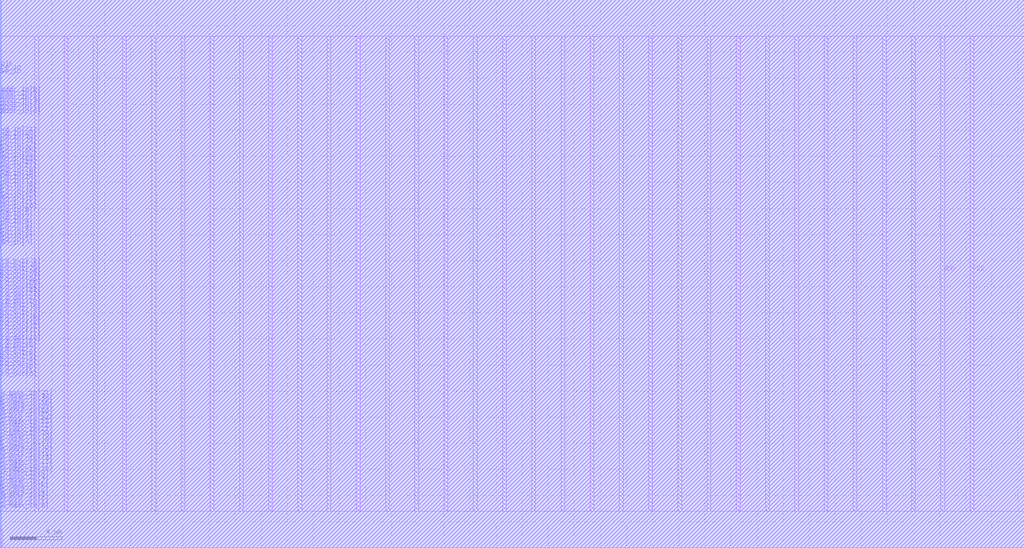
<source format=lef>
VERSION 5.7 ;
BUSBITCHARS "[]" ;
MACRO fakeram45_128x32_upper
  FOREIGN fakeram45_128x32_upper 0 0 ;
  SYMMETRY X Y R90 ;
  SIZE 0.19 BY 1.4 ;
  CLASS BLOCK ;
  PIN w_mask_in[0]
    DIRECTION INPUT ;
    USE SIGNAL ;
    SHAPE ABUTMENT ;
    PORT
      LAYER metal18 ;
      RECT 0.000 2.800 0.070 2.870 ;
    END
  END w_mask_in[0]
  PIN w_mask_in[1]
    DIRECTION INPUT ;
    USE SIGNAL ;
    SHAPE ABUTMENT ;
    PORT
      LAYER metal18 ;
      RECT 0.000 3.080 0.070 3.150 ;
    END
  END w_mask_in[1]
  PIN w_mask_in[2]
    DIRECTION INPUT ;
    USE SIGNAL ;
    SHAPE ABUTMENT ;
    PORT
      LAYER metal18 ;
      RECT 0.000 3.360 0.070 3.430 ;
    END
  END w_mask_in[2]
  PIN w_mask_in[3]
    DIRECTION INPUT ;
    USE SIGNAL ;
    SHAPE ABUTMENT ;
    PORT
      LAYER metal18 ;
      RECT 0.000 3.640 0.070 3.710 ;
    END
  END w_mask_in[3]
  PIN w_mask_in[4]
    DIRECTION INPUT ;
    USE SIGNAL ;
    SHAPE ABUTMENT ;
    PORT
      LAYER metal18 ;
      RECT 0.000 3.920 0.070 3.990 ;
    END
  END w_mask_in[4]
  PIN w_mask_in[5]
    DIRECTION INPUT ;
    USE SIGNAL ;
    SHAPE ABUTMENT ;
    PORT
      LAYER metal18 ;
      RECT 0.000 4.200 0.070 4.270 ;
    END
  END w_mask_in[5]
  PIN w_mask_in[6]
    DIRECTION INPUT ;
    USE SIGNAL ;
    SHAPE ABUTMENT ;
    PORT
      LAYER metal18 ;
      RECT 0.000 4.480 0.070 4.550 ;
    END
  END w_mask_in[6]
  PIN w_mask_in[7]
    DIRECTION INPUT ;
    USE SIGNAL ;
    SHAPE ABUTMENT ;
    PORT
      LAYER metal18 ;
      RECT 0.000 4.760 0.070 4.830 ;
    END
  END w_mask_in[7]
  PIN w_mask_in[8]
    DIRECTION INPUT ;
    USE SIGNAL ;
    SHAPE ABUTMENT ;
    PORT
      LAYER metal18 ;
      RECT 0.000 5.040 0.070 5.110 ;
    END
  END w_mask_in[8]
  PIN w_mask_in[9]
    DIRECTION INPUT ;
    USE SIGNAL ;
    SHAPE ABUTMENT ;
    PORT
      LAYER metal18 ;
      RECT 0.000 5.320 0.070 5.390 ;
    END
  END w_mask_in[9]
  PIN w_mask_in[10]
    DIRECTION INPUT ;
    USE SIGNAL ;
    SHAPE ABUTMENT ;
    PORT
      LAYER metal18 ;
      RECT 0.000 5.600 0.070 5.670 ;
    END
  END w_mask_in[10]
  PIN w_mask_in[11]
    DIRECTION INPUT ;
    USE SIGNAL ;
    SHAPE ABUTMENT ;
    PORT
      LAYER metal18 ;
      RECT 0.000 5.880 0.070 5.950 ;
    END
  END w_mask_in[11]
  PIN w_mask_in[12]
    DIRECTION INPUT ;
    USE SIGNAL ;
    SHAPE ABUTMENT ;
    PORT
      LAYER metal18 ;
      RECT 0.000 6.160 0.070 6.230 ;
    END
  END w_mask_in[12]
  PIN w_mask_in[13]
    DIRECTION INPUT ;
    USE SIGNAL ;
    SHAPE ABUTMENT ;
    PORT
      LAYER metal18 ;
      RECT 0.000 6.440 0.070 6.510 ;
    END
  END w_mask_in[13]
  PIN w_mask_in[14]
    DIRECTION INPUT ;
    USE SIGNAL ;
    SHAPE ABUTMENT ;
    PORT
      LAYER metal18 ;
      RECT 0.000 6.720 0.070 6.790 ;
    END
  END w_mask_in[14]
  PIN w_mask_in[15]
    DIRECTION INPUT ;
    USE SIGNAL ;
    SHAPE ABUTMENT ;
    PORT
      LAYER metal18 ;
      RECT 0.000 7.000 0.070 7.070 ;
    END
  END w_mask_in[15]
  PIN w_mask_in[16]
    DIRECTION INPUT ;
    USE SIGNAL ;
    SHAPE ABUTMENT ;
    PORT
      LAYER metal18 ;
      RECT 0.000 7.280 0.070 7.350 ;
    END
  END w_mask_in[16]
  PIN w_mask_in[17]
    DIRECTION INPUT ;
    USE SIGNAL ;
    SHAPE ABUTMENT ;
    PORT
      LAYER metal18 ;
      RECT 0.000 7.560 0.070 7.630 ;
    END
  END w_mask_in[17]
  PIN w_mask_in[18]
    DIRECTION INPUT ;
    USE SIGNAL ;
    SHAPE ABUTMENT ;
    PORT
      LAYER metal18 ;
      RECT 0.000 7.840 0.070 7.910 ;
    END
  END w_mask_in[18]
  PIN w_mask_in[19]
    DIRECTION INPUT ;
    USE SIGNAL ;
    SHAPE ABUTMENT ;
    PORT
      LAYER metal18 ;
      RECT 0.000 8.120 0.070 8.190 ;
    END
  END w_mask_in[19]
  PIN w_mask_in[20]
    DIRECTION INPUT ;
    USE SIGNAL ;
    SHAPE ABUTMENT ;
    PORT
      LAYER metal18 ;
      RECT 0.000 8.400 0.070 8.470 ;
    END
  END w_mask_in[20]
  PIN w_mask_in[21]
    DIRECTION INPUT ;
    USE SIGNAL ;
    SHAPE ABUTMENT ;
    PORT
      LAYER metal18 ;
      RECT 0.000 8.680 0.070 8.750 ;
    END
  END w_mask_in[21]
  PIN w_mask_in[22]
    DIRECTION INPUT ;
    USE SIGNAL ;
    SHAPE ABUTMENT ;
    PORT
      LAYER metal18 ;
      RECT 0.000 8.960 0.070 9.030 ;
    END
  END w_mask_in[22]
  PIN w_mask_in[23]
    DIRECTION INPUT ;
    USE SIGNAL ;
    SHAPE ABUTMENT ;
    PORT
      LAYER metal18 ;
      RECT 0.000 9.240 0.070 9.310 ;
    END
  END w_mask_in[23]
  PIN w_mask_in[24]
    DIRECTION INPUT ;
    USE SIGNAL ;
    SHAPE ABUTMENT ;
    PORT
      LAYER metal18 ;
      RECT 0.000 9.520 0.070 9.590 ;
    END
  END w_mask_in[24]
  PIN w_mask_in[25]
    DIRECTION INPUT ;
    USE SIGNAL ;
    SHAPE ABUTMENT ;
    PORT
      LAYER metal18 ;
      RECT 0.000 9.800 0.070 9.870 ;
    END
  END w_mask_in[25]
  PIN w_mask_in[26]
    DIRECTION INPUT ;
    USE SIGNAL ;
    SHAPE ABUTMENT ;
    PORT
      LAYER metal18 ;
      RECT 0.000 10.080 0.070 10.150 ;
    END
  END w_mask_in[26]
  PIN w_mask_in[27]
    DIRECTION INPUT ;
    USE SIGNAL ;
    SHAPE ABUTMENT ;
    PORT
      LAYER metal18 ;
      RECT 0.000 10.360 0.070 10.430 ;
    END
  END w_mask_in[27]
  PIN w_mask_in[28]
    DIRECTION INPUT ;
    USE SIGNAL ;
    SHAPE ABUTMENT ;
    PORT
      LAYER metal18 ;
      RECT 0.000 10.640 0.070 10.710 ;
    END
  END w_mask_in[28]
  PIN w_mask_in[29]
    DIRECTION INPUT ;
    USE SIGNAL ;
    SHAPE ABUTMENT ;
    PORT
      LAYER metal18 ;
      RECT 0.000 10.920 0.070 10.990 ;
    END
  END w_mask_in[29]
  PIN w_mask_in[30]
    DIRECTION INPUT ;
    USE SIGNAL ;
    SHAPE ABUTMENT ;
    PORT
      LAYER metal18 ;
      RECT 0.000 11.200 0.070 11.270 ;
    END
  END w_mask_in[30]
  PIN w_mask_in[31]
    DIRECTION INPUT ;
    USE SIGNAL ;
    SHAPE ABUTMENT ;
    PORT
      LAYER metal18 ;
      RECT 0.000 11.480 0.070 11.550 ;
    END
  END w_mask_in[31]
  PIN rd_out[0]
    DIRECTION OUTPUT ;
    USE SIGNAL ;
    SHAPE ABUTMENT ;
    PORT
      LAYER metal18 ;
      RECT 0.000 12.880 0.070 12.950 ;
    END
  END rd_out[0]
  PIN rd_out[1]
    DIRECTION OUTPUT ;
    USE SIGNAL ;
    SHAPE ABUTMENT ;
    PORT
      LAYER metal18 ;
      RECT 0.000 13.160 0.070 13.230 ;
    END
  END rd_out[1]
  PIN rd_out[2]
    DIRECTION OUTPUT ;
    USE SIGNAL ;
    SHAPE ABUTMENT ;
    PORT
      LAYER metal18 ;
      RECT 0.000 13.440 0.070 13.510 ;
    END
  END rd_out[2]
  PIN rd_out[3]
    DIRECTION OUTPUT ;
    USE SIGNAL ;
    SHAPE ABUTMENT ;
    PORT
      LAYER metal18 ;
      RECT 0.000 13.720 0.070 13.790 ;
    END
  END rd_out[3]
  PIN rd_out[4]
    DIRECTION OUTPUT ;
    USE SIGNAL ;
    SHAPE ABUTMENT ;
    PORT
      LAYER metal18 ;
      RECT 0.000 14.000 0.070 14.070 ;
    END
  END rd_out[4]
  PIN rd_out[5]
    DIRECTION OUTPUT ;
    USE SIGNAL ;
    SHAPE ABUTMENT ;
    PORT
      LAYER metal18 ;
      RECT 0.000 14.280 0.070 14.350 ;
    END
  END rd_out[5]
  PIN rd_out[6]
    DIRECTION OUTPUT ;
    USE SIGNAL ;
    SHAPE ABUTMENT ;
    PORT
      LAYER metal18 ;
      RECT 0.000 14.560 0.070 14.630 ;
    END
  END rd_out[6]
  PIN rd_out[7]
    DIRECTION OUTPUT ;
    USE SIGNAL ;
    SHAPE ABUTMENT ;
    PORT
      LAYER metal18 ;
      RECT 0.000 14.840 0.070 14.910 ;
    END
  END rd_out[7]
  PIN rd_out[8]
    DIRECTION OUTPUT ;
    USE SIGNAL ;
    SHAPE ABUTMENT ;
    PORT
      LAYER metal18 ;
      RECT 0.000 15.120 0.070 15.190 ;
    END
  END rd_out[8]
  PIN rd_out[9]
    DIRECTION OUTPUT ;
    USE SIGNAL ;
    SHAPE ABUTMENT ;
    PORT
      LAYER metal18 ;
      RECT 0.000 15.400 0.070 15.470 ;
    END
  END rd_out[9]
  PIN rd_out[10]
    DIRECTION OUTPUT ;
    USE SIGNAL ;
    SHAPE ABUTMENT ;
    PORT
      LAYER metal18 ;
      RECT 0.000 15.680 0.070 15.750 ;
    END
  END rd_out[10]
  PIN rd_out[11]
    DIRECTION OUTPUT ;
    USE SIGNAL ;
    SHAPE ABUTMENT ;
    PORT
      LAYER metal18 ;
      RECT 0.000 15.960 0.070 16.030 ;
    END
  END rd_out[11]
  PIN rd_out[12]
    DIRECTION OUTPUT ;
    USE SIGNAL ;
    SHAPE ABUTMENT ;
    PORT
      LAYER metal18 ;
      RECT 0.000 16.240 0.070 16.310 ;
    END
  END rd_out[12]
  PIN rd_out[13]
    DIRECTION OUTPUT ;
    USE SIGNAL ;
    SHAPE ABUTMENT ;
    PORT
      LAYER metal18 ;
      RECT 0.000 16.520 0.070 16.590 ;
    END
  END rd_out[13]
  PIN rd_out[14]
    DIRECTION OUTPUT ;
    USE SIGNAL ;
    SHAPE ABUTMENT ;
    PORT
      LAYER metal18 ;
      RECT 0.000 16.800 0.070 16.870 ;
    END
  END rd_out[14]
  PIN rd_out[15]
    DIRECTION OUTPUT ;
    USE SIGNAL ;
    SHAPE ABUTMENT ;
    PORT
      LAYER metal18 ;
      RECT 0.000 17.080 0.070 17.150 ;
    END
  END rd_out[15]
  PIN rd_out[16]
    DIRECTION OUTPUT ;
    USE SIGNAL ;
    SHAPE ABUTMENT ;
    PORT
      LAYER metal18 ;
      RECT 0.000 17.360 0.070 17.430 ;
    END
  END rd_out[16]
  PIN rd_out[17]
    DIRECTION OUTPUT ;
    USE SIGNAL ;
    SHAPE ABUTMENT ;
    PORT
      LAYER metal18 ;
      RECT 0.000 17.640 0.070 17.710 ;
    END
  END rd_out[17]
  PIN rd_out[18]
    DIRECTION OUTPUT ;
    USE SIGNAL ;
    SHAPE ABUTMENT ;
    PORT
      LAYER metal18 ;
      RECT 0.000 17.920 0.070 17.990 ;
    END
  END rd_out[18]
  PIN rd_out[19]
    DIRECTION OUTPUT ;
    USE SIGNAL ;
    SHAPE ABUTMENT ;
    PORT
      LAYER metal18 ;
      RECT 0.000 18.200 0.070 18.270 ;
    END
  END rd_out[19]
  PIN rd_out[20]
    DIRECTION OUTPUT ;
    USE SIGNAL ;
    SHAPE ABUTMENT ;
    PORT
      LAYER metal18 ;
      RECT 0.000 18.480 0.070 18.550 ;
    END
  END rd_out[20]
  PIN rd_out[21]
    DIRECTION OUTPUT ;
    USE SIGNAL ;
    SHAPE ABUTMENT ;
    PORT
      LAYER metal18 ;
      RECT 0.000 18.760 0.070 18.830 ;
    END
  END rd_out[21]
  PIN rd_out[22]
    DIRECTION OUTPUT ;
    USE SIGNAL ;
    SHAPE ABUTMENT ;
    PORT
      LAYER metal18 ;
      RECT 0.000 19.040 0.070 19.110 ;
    END
  END rd_out[22]
  PIN rd_out[23]
    DIRECTION OUTPUT ;
    USE SIGNAL ;
    SHAPE ABUTMENT ;
    PORT
      LAYER metal18 ;
      RECT 0.000 19.320 0.070 19.390 ;
    END
  END rd_out[23]
  PIN rd_out[24]
    DIRECTION OUTPUT ;
    USE SIGNAL ;
    SHAPE ABUTMENT ;
    PORT
      LAYER metal18 ;
      RECT 0.000 19.600 0.070 19.670 ;
    END
  END rd_out[24]
  PIN rd_out[25]
    DIRECTION OUTPUT ;
    USE SIGNAL ;
    SHAPE ABUTMENT ;
    PORT
      LAYER metal18 ;
      RECT 0.000 19.880 0.070 19.950 ;
    END
  END rd_out[25]
  PIN rd_out[26]
    DIRECTION OUTPUT ;
    USE SIGNAL ;
    SHAPE ABUTMENT ;
    PORT
      LAYER metal18 ;
      RECT 0.000 20.160 0.070 20.230 ;
    END
  END rd_out[26]
  PIN rd_out[27]
    DIRECTION OUTPUT ;
    USE SIGNAL ;
    SHAPE ABUTMENT ;
    PORT
      LAYER metal18 ;
      RECT 0.000 20.440 0.070 20.510 ;
    END
  END rd_out[27]
  PIN rd_out[28]
    DIRECTION OUTPUT ;
    USE SIGNAL ;
    SHAPE ABUTMENT ;
    PORT
      LAYER metal18 ;
      RECT 0.000 20.720 0.070 20.790 ;
    END
  END rd_out[28]
  PIN rd_out[29]
    DIRECTION OUTPUT ;
    USE SIGNAL ;
    SHAPE ABUTMENT ;
    PORT
      LAYER metal18 ;
      RECT 0.000 21.000 0.070 21.070 ;
    END
  END rd_out[29]
  PIN rd_out[30]
    DIRECTION OUTPUT ;
    USE SIGNAL ;
    SHAPE ABUTMENT ;
    PORT
      LAYER metal18 ;
      RECT 0.000 21.280 0.070 21.350 ;
    END
  END rd_out[30]
  PIN rd_out[31]
    DIRECTION OUTPUT ;
    USE SIGNAL ;
    SHAPE ABUTMENT ;
    PORT
      LAYER metal18 ;
      RECT 0.000 21.560 0.070 21.630 ;
    END
  END rd_out[31]
  PIN wd_in[0]
    DIRECTION INPUT ;
    USE SIGNAL ;
    SHAPE ABUTMENT ;
    PORT
      LAYER metal18 ;
      RECT 0.000 22.960 0.070 23.030 ;
    END
  END wd_in[0]
  PIN wd_in[1]
    DIRECTION INPUT ;
    USE SIGNAL ;
    SHAPE ABUTMENT ;
    PORT
      LAYER metal18 ;
      RECT 0.000 23.240 0.070 23.310 ;
    END
  END wd_in[1]
  PIN wd_in[2]
    DIRECTION INPUT ;
    USE SIGNAL ;
    SHAPE ABUTMENT ;
    PORT
      LAYER metal18 ;
      RECT 0.000 23.520 0.070 23.590 ;
    END
  END wd_in[2]
  PIN wd_in[3]
    DIRECTION INPUT ;
    USE SIGNAL ;
    SHAPE ABUTMENT ;
    PORT
      LAYER metal18 ;
      RECT 0.000 23.800 0.070 23.870 ;
    END
  END wd_in[3]
  PIN wd_in[4]
    DIRECTION INPUT ;
    USE SIGNAL ;
    SHAPE ABUTMENT ;
    PORT
      LAYER metal18 ;
      RECT 0.000 24.080 0.070 24.150 ;
    END
  END wd_in[4]
  PIN wd_in[5]
    DIRECTION INPUT ;
    USE SIGNAL ;
    SHAPE ABUTMENT ;
    PORT
      LAYER metal18 ;
      RECT 0.000 24.360 0.070 24.430 ;
    END
  END wd_in[5]
  PIN wd_in[6]
    DIRECTION INPUT ;
    USE SIGNAL ;
    SHAPE ABUTMENT ;
    PORT
      LAYER metal18 ;
      RECT 0.000 24.640 0.070 24.710 ;
    END
  END wd_in[6]
  PIN wd_in[7]
    DIRECTION INPUT ;
    USE SIGNAL ;
    SHAPE ABUTMENT ;
    PORT
      LAYER metal18 ;
      RECT 0.000 24.920 0.070 24.990 ;
    END
  END wd_in[7]
  PIN wd_in[8]
    DIRECTION INPUT ;
    USE SIGNAL ;
    SHAPE ABUTMENT ;
    PORT
      LAYER metal18 ;
      RECT 0.000 25.200 0.070 25.270 ;
    END
  END wd_in[8]
  PIN wd_in[9]
    DIRECTION INPUT ;
    USE SIGNAL ;
    SHAPE ABUTMENT ;
    PORT
      LAYER metal18 ;
      RECT 0.000 25.480 0.070 25.550 ;
    END
  END wd_in[9]
  PIN wd_in[10]
    DIRECTION INPUT ;
    USE SIGNAL ;
    SHAPE ABUTMENT ;
    PORT
      LAYER metal18 ;
      RECT 0.000 25.760 0.070 25.830 ;
    END
  END wd_in[10]
  PIN wd_in[11]
    DIRECTION INPUT ;
    USE SIGNAL ;
    SHAPE ABUTMENT ;
    PORT
      LAYER metal18 ;
      RECT 0.000 26.040 0.070 26.110 ;
    END
  END wd_in[11]
  PIN wd_in[12]
    DIRECTION INPUT ;
    USE SIGNAL ;
    SHAPE ABUTMENT ;
    PORT
      LAYER metal18 ;
      RECT 0.000 26.320 0.070 26.390 ;
    END
  END wd_in[12]
  PIN wd_in[13]
    DIRECTION INPUT ;
    USE SIGNAL ;
    SHAPE ABUTMENT ;
    PORT
      LAYER metal18 ;
      RECT 0.000 26.600 0.070 26.670 ;
    END
  END wd_in[13]
  PIN wd_in[14]
    DIRECTION INPUT ;
    USE SIGNAL ;
    SHAPE ABUTMENT ;
    PORT
      LAYER metal18 ;
      RECT 0.000 26.880 0.070 26.950 ;
    END
  END wd_in[14]
  PIN wd_in[15]
    DIRECTION INPUT ;
    USE SIGNAL ;
    SHAPE ABUTMENT ;
    PORT
      LAYER metal18 ;
      RECT 0.000 27.160 0.070 27.230 ;
    END
  END wd_in[15]
  PIN wd_in[16]
    DIRECTION INPUT ;
    USE SIGNAL ;
    SHAPE ABUTMENT ;
    PORT
      LAYER metal18 ;
      RECT 0.000 27.440 0.070 27.510 ;
    END
  END wd_in[16]
  PIN wd_in[17]
    DIRECTION INPUT ;
    USE SIGNAL ;
    SHAPE ABUTMENT ;
    PORT
      LAYER metal18 ;
      RECT 0.000 27.720 0.070 27.790 ;
    END
  END wd_in[17]
  PIN wd_in[18]
    DIRECTION INPUT ;
    USE SIGNAL ;
    SHAPE ABUTMENT ;
    PORT
      LAYER metal18 ;
      RECT 0.000 28.000 0.070 28.070 ;
    END
  END wd_in[18]
  PIN wd_in[19]
    DIRECTION INPUT ;
    USE SIGNAL ;
    SHAPE ABUTMENT ;
    PORT
      LAYER metal18 ;
      RECT 0.000 28.280 0.070 28.350 ;
    END
  END wd_in[19]
  PIN wd_in[20]
    DIRECTION INPUT ;
    USE SIGNAL ;
    SHAPE ABUTMENT ;
    PORT
      LAYER metal18 ;
      RECT 0.000 28.560 0.070 28.630 ;
    END
  END wd_in[20]
  PIN wd_in[21]
    DIRECTION INPUT ;
    USE SIGNAL ;
    SHAPE ABUTMENT ;
    PORT
      LAYER metal18 ;
      RECT 0.000 28.840 0.070 28.910 ;
    END
  END wd_in[21]
  PIN wd_in[22]
    DIRECTION INPUT ;
    USE SIGNAL ;
    SHAPE ABUTMENT ;
    PORT
      LAYER metal18 ;
      RECT 0.000 29.120 0.070 29.190 ;
    END
  END wd_in[22]
  PIN wd_in[23]
    DIRECTION INPUT ;
    USE SIGNAL ;
    SHAPE ABUTMENT ;
    PORT
      LAYER metal18 ;
      RECT 0.000 29.400 0.070 29.470 ;
    END
  END wd_in[23]
  PIN wd_in[24]
    DIRECTION INPUT ;
    USE SIGNAL ;
    SHAPE ABUTMENT ;
    PORT
      LAYER metal18 ;
      RECT 0.000 29.680 0.070 29.750 ;
    END
  END wd_in[24]
  PIN wd_in[25]
    DIRECTION INPUT ;
    USE SIGNAL ;
    SHAPE ABUTMENT ;
    PORT
      LAYER metal18 ;
      RECT 0.000 29.960 0.070 30.030 ;
    END
  END wd_in[25]
  PIN wd_in[26]
    DIRECTION INPUT ;
    USE SIGNAL ;
    SHAPE ABUTMENT ;
    PORT
      LAYER metal18 ;
      RECT 0.000 30.240 0.070 30.310 ;
    END
  END wd_in[26]
  PIN wd_in[27]
    DIRECTION INPUT ;
    USE SIGNAL ;
    SHAPE ABUTMENT ;
    PORT
      LAYER metal18 ;
      RECT 0.000 30.520 0.070 30.590 ;
    END
  END wd_in[27]
  PIN wd_in[28]
    DIRECTION INPUT ;
    USE SIGNAL ;
    SHAPE ABUTMENT ;
    PORT
      LAYER metal18 ;
      RECT 0.000 30.800 0.070 30.870 ;
    END
  END wd_in[28]
  PIN wd_in[29]
    DIRECTION INPUT ;
    USE SIGNAL ;
    SHAPE ABUTMENT ;
    PORT
      LAYER metal18 ;
      RECT 0.000 31.080 0.070 31.150 ;
    END
  END wd_in[29]
  PIN wd_in[30]
    DIRECTION INPUT ;
    USE SIGNAL ;
    SHAPE ABUTMENT ;
    PORT
      LAYER metal18 ;
      RECT 0.000 31.360 0.070 31.430 ;
    END
  END wd_in[30]
  PIN wd_in[31]
    DIRECTION INPUT ;
    USE SIGNAL ;
    SHAPE ABUTMENT ;
    PORT
      LAYER metal18 ;
      RECT 0.000 31.640 0.070 31.710 ;
    END
  END wd_in[31]
  PIN addr_in[0]
    DIRECTION INPUT ;
    USE SIGNAL ;
    SHAPE ABUTMENT ;
    PORT
      LAYER metal18 ;
      RECT 0.000 33.040 0.070 33.110 ;
    END
  END addr_in[0]
  PIN addr_in[1]
    DIRECTION INPUT ;
    USE SIGNAL ;
    SHAPE ABUTMENT ;
    PORT
      LAYER metal18 ;
      RECT 0.000 33.320 0.070 33.390 ;
    END
  END addr_in[1]
  PIN addr_in[2]
    DIRECTION INPUT ;
    USE SIGNAL ;
    SHAPE ABUTMENT ;
    PORT
      LAYER metal18 ;
      RECT 0.000 33.600 0.070 33.670 ;
    END
  END addr_in[2]
  PIN addr_in[3]
    DIRECTION INPUT ;
    USE SIGNAL ;
    SHAPE ABUTMENT ;
    PORT
      LAYER metal18 ;
      RECT 0.000 33.880 0.070 33.950 ;
    END
  END addr_in[3]
  PIN addr_in[4]
    DIRECTION INPUT ;
    USE SIGNAL ;
    SHAPE ABUTMENT ;
    PORT
      LAYER metal18 ;
      RECT 0.000 34.160 0.070 34.230 ;
    END
  END addr_in[4]
  PIN addr_in[5]
    DIRECTION INPUT ;
    USE SIGNAL ;
    SHAPE ABUTMENT ;
    PORT
      LAYER metal18 ;
      RECT 0.000 34.440 0.070 34.510 ;
    END
  END addr_in[5]
  PIN addr_in[6]
    DIRECTION INPUT ;
    USE SIGNAL ;
    SHAPE ABUTMENT ;
    PORT
      LAYER metal18 ;
      RECT 0.000 34.720 0.070 34.790 ;
    END
  END addr_in[6]
  PIN we_in
    DIRECTION INPUT ;
    USE SIGNAL ;
    SHAPE ABUTMENT ;
    PORT
      LAYER metal18 ;
      RECT 0.000 36.120 0.070 36.190 ;
    END
  END we_in
  PIN ce_in
    DIRECTION INPUT ;
    USE SIGNAL ;
    SHAPE ABUTMENT ;
    PORT
      LAYER metal18 ;
      RECT 0.000 36.400 0.070 36.470 ;
    END
  END ce_in
  PIN clk
    DIRECTION INPUT ;
    USE SIGNAL ;
    SHAPE ABUTMENT ;
    PORT
      LAYER metal18 ;
      RECT 0.000 36.680 0.070 36.750 ;
    END
  END clk
  PIN VSS
    DIRECTION INOUT ;
    USE GROUND ;
    PORT
      LAYER metal17 ;
      RECT 2.660 2.800 2.940 39.200 ;
      RECT 7.140 2.800 7.420 39.200 ;
      RECT 11.620 2.800 11.900 39.200 ;
      RECT 16.100 2.800 16.380 39.200 ;
      RECT 20.580 2.800 20.860 39.200 ;
      RECT 25.060 2.800 25.340 39.200 ;
      RECT 29.540 2.800 29.820 39.200 ;
      RECT 34.020 2.800 34.300 39.200 ;
      RECT 38.500 2.800 38.780 39.200 ;
      RECT 42.980 2.800 43.260 39.200 ;
      RECT 47.460 2.800 47.740 39.200 ;
      RECT 51.940 2.800 52.220 39.200 ;
      RECT 56.420 2.800 56.700 39.200 ;
      RECT 60.900 2.800 61.180 39.200 ;
      RECT 65.380 2.800 65.660 39.200 ;
      RECT 69.860 2.800 70.140 39.200 ;
      RECT 74.340 2.800 74.620 39.200 ;
    END
  END VSS
  PIN VDD
    DIRECTION INOUT ;
    USE POWER ;
    PORT
      LAYER metal17 ;
      RECT 4.900 2.800 5.180 39.200 ;
      RECT 9.380 2.800 9.660 39.200 ;
      RECT 13.860 2.800 14.140 39.200 ;
      RECT 18.340 2.800 18.620 39.200 ;
      RECT 22.820 2.800 23.100 39.200 ;
      RECT 27.300 2.800 27.580 39.200 ;
      RECT 31.780 2.800 32.060 39.200 ;
      RECT 36.260 2.800 36.540 39.200 ;
      RECT 40.740 2.800 41.020 39.200 ;
      RECT 45.220 2.800 45.500 39.200 ;
      RECT 49.700 2.800 49.980 39.200 ;
      RECT 54.180 2.800 54.460 39.200 ;
      RECT 58.660 2.800 58.940 39.200 ;
      RECT 63.140 2.800 63.420 39.200 ;
      RECT 67.620 2.800 67.900 39.200 ;
      RECT 72.100 2.800 72.380 39.200 ;
    END
  END VDD
  OBS
    LAYER metal20 ;
    RECT 0 0 78.470 42.000 ;
    LAYER metal19 ;
    RECT 0 0 78.470 42.000 ;
    LAYER metal18 ;
    RECT 0.070 0 78.470 42.000 ;
    RECT 0 0.000 0.070 2.800 ;
    RECT 0 2.870 0.070 3.080 ;
    RECT 0 3.150 0.070 3.360 ;
    RECT 0 3.430 0.070 3.640 ;
    RECT 0 3.710 0.070 3.920 ;
    RECT 0 3.990 0.070 4.200 ;
    RECT 0 4.270 0.070 4.480 ;
    RECT 0 4.550 0.070 4.760 ;
    RECT 0 4.830 0.070 5.040 ;
    RECT 0 5.110 0.070 5.320 ;
    RECT 0 5.390 0.070 5.600 ;
    RECT 0 5.670 0.070 5.880 ;
    RECT 0 5.950 0.070 6.160 ;
    RECT 0 6.230 0.070 6.440 ;
    RECT 0 6.510 0.070 6.720 ;
    RECT 0 6.790 0.070 7.000 ;
    RECT 0 7.070 0.070 7.280 ;
    RECT 0 7.350 0.070 7.560 ;
    RECT 0 7.630 0.070 7.840 ;
    RECT 0 7.910 0.070 8.120 ;
    RECT 0 8.190 0.070 8.400 ;
    RECT 0 8.470 0.070 8.680 ;
    RECT 0 8.750 0.070 8.960 ;
    RECT 0 9.030 0.070 9.240 ;
    RECT 0 9.310 0.070 9.520 ;
    RECT 0 9.590 0.070 9.800 ;
    RECT 0 9.870 0.070 10.080 ;
    RECT 0 10.150 0.070 10.360 ;
    RECT 0 10.430 0.070 10.640 ;
    RECT 0 10.710 0.070 10.920 ;
    RECT 0 10.990 0.070 11.200 ;
    RECT 0 11.270 0.070 11.480 ;
    RECT 0 11.550 0.070 12.880 ;
    RECT 0 12.950 0.070 13.160 ;
    RECT 0 13.230 0.070 13.440 ;
    RECT 0 13.510 0.070 13.720 ;
    RECT 0 13.790 0.070 14.000 ;
    RECT 0 14.070 0.070 14.280 ;
    RECT 0 14.350 0.070 14.560 ;
    RECT 0 14.630 0.070 14.840 ;
    RECT 0 14.910 0.070 15.120 ;
    RECT 0 15.190 0.070 15.400 ;
    RECT 0 15.470 0.070 15.680 ;
    RECT 0 15.750 0.070 15.960 ;
    RECT 0 16.030 0.070 16.240 ;
    RECT 0 16.310 0.070 16.520 ;
    RECT 0 16.590 0.070 16.800 ;
    RECT 0 16.870 0.070 17.080 ;
    RECT 0 17.150 0.070 17.360 ;
    RECT 0 17.430 0.070 17.640 ;
    RECT 0 17.710 0.070 17.920 ;
    RECT 0 17.990 0.070 18.200 ;
    RECT 0 18.270 0.070 18.480 ;
    RECT 0 18.550 0.070 18.760 ;
    RECT 0 18.830 0.070 19.040 ;
    RECT 0 19.110 0.070 19.320 ;
    RECT 0 19.390 0.070 19.600 ;
    RECT 0 19.670 0.070 19.880 ;
    RECT 0 19.950 0.070 20.160 ;
    RECT 0 20.230 0.070 20.440 ;
    RECT 0 20.510 0.070 20.720 ;
    RECT 0 20.790 0.070 21.000 ;
    RECT 0 21.070 0.070 21.280 ;
    RECT 0 21.350 0.070 21.560 ;
    RECT 0 21.630 0.070 22.960 ;
    RECT 0 23.030 0.070 23.240 ;
    RECT 0 23.310 0.070 23.520 ;
    RECT 0 23.590 0.070 23.800 ;
    RECT 0 23.870 0.070 24.080 ;
    RECT 0 24.150 0.070 24.360 ;
    RECT 0 24.430 0.070 24.640 ;
    RECT 0 24.710 0.070 24.920 ;
    RECT 0 24.990 0.070 25.200 ;
    RECT 0 25.270 0.070 25.480 ;
    RECT 0 25.550 0.070 25.760 ;
    RECT 0 25.830 0.070 26.040 ;
    RECT 0 26.110 0.070 26.320 ;
    RECT 0 26.390 0.070 26.600 ;
    RECT 0 26.670 0.070 26.880 ;
    RECT 0 26.950 0.070 27.160 ;
    RECT 0 27.230 0.070 27.440 ;
    RECT 0 27.510 0.070 27.720 ;
    RECT 0 27.790 0.070 28.000 ;
    RECT 0 28.070 0.070 28.280 ;
    RECT 0 28.350 0.070 28.560 ;
    RECT 0 28.630 0.070 28.840 ;
    RECT 0 28.910 0.070 29.120 ;
    RECT 0 29.190 0.070 29.400 ;
    RECT 0 29.470 0.070 29.680 ;
    RECT 0 29.750 0.070 29.960 ;
    RECT 0 30.030 0.070 30.240 ;
    RECT 0 30.310 0.070 30.520 ;
    RECT 0 30.590 0.070 30.800 ;
    RECT 0 30.870 0.070 31.080 ;
    RECT 0 31.150 0.070 31.360 ;
    RECT 0 31.430 0.070 31.640 ;
    RECT 0 31.710 0.070 33.040 ;
    RECT 0 33.110 0.070 33.320 ;
    RECT 0 33.390 0.070 33.600 ;
    RECT 0 33.670 0.070 33.880 ;
    RECT 0 33.950 0.070 34.160 ;
    RECT 0 34.230 0.070 34.440 ;
    RECT 0 34.510 0.070 34.720 ;
    RECT 0 34.790 0.070 36.120 ;
    RECT 0 36.190 0.070 36.400 ;
    RECT 0 36.470 0.070 36.680 ;
    RECT 0 36.750 0.070 42.000 ;
    LAYER metal17 ;
    RECT 0 0 78.470 2.800 ;
    RECT 0 39.200 78.470 42.000 ;
    RECT 0.000 2.800 2.660 39.200 ;
    RECT 2.940 2.800 4.900 39.200 ;
    RECT 5.180 2.800 7.140 39.200 ;
    RECT 7.420 2.800 9.380 39.200 ;
    RECT 9.660 2.800 11.620 39.200 ;
    RECT 11.900 2.800 13.860 39.200 ;
    RECT 14.140 2.800 16.100 39.200 ;
    RECT 16.380 2.800 18.340 39.200 ;
    RECT 18.620 2.800 20.580 39.200 ;
    RECT 20.860 2.800 22.820 39.200 ;
    RECT 23.100 2.800 25.060 39.200 ;
    RECT 25.340 2.800 27.300 39.200 ;
    RECT 27.580 2.800 29.540 39.200 ;
    RECT 29.820 2.800 31.780 39.200 ;
    RECT 32.060 2.800 34.020 39.200 ;
    RECT 34.300 2.800 36.260 39.200 ;
    RECT 36.540 2.800 38.500 39.200 ;
    RECT 38.780 2.800 40.740 39.200 ;
    RECT 41.020 2.800 42.980 39.200 ;
    RECT 43.260 2.800 45.220 39.200 ;
    RECT 45.500 2.800 47.460 39.200 ;
    RECT 47.740 2.800 49.700 39.200 ;
    RECT 49.980 2.800 51.940 39.200 ;
    RECT 52.220 2.800 54.180 39.200 ;
    RECT 54.460 2.800 56.420 39.200 ;
    RECT 56.700 2.800 58.660 39.200 ;
    RECT 58.940 2.800 60.900 39.200 ;
    RECT 61.180 2.800 63.140 39.200 ;
    RECT 63.420 2.800 65.380 39.200 ;
    RECT 65.660 2.800 67.620 39.200 ;
    RECT 67.900 2.800 69.860 39.200 ;
    RECT 70.140 2.800 72.100 39.200 ;
    RECT 72.380 2.800 74.340 39.200 ;
    RECT 74.620 2.800 78.470 39.200 ;
  END
END fakeram45_128x32_upper

END LIBRARY

</source>
